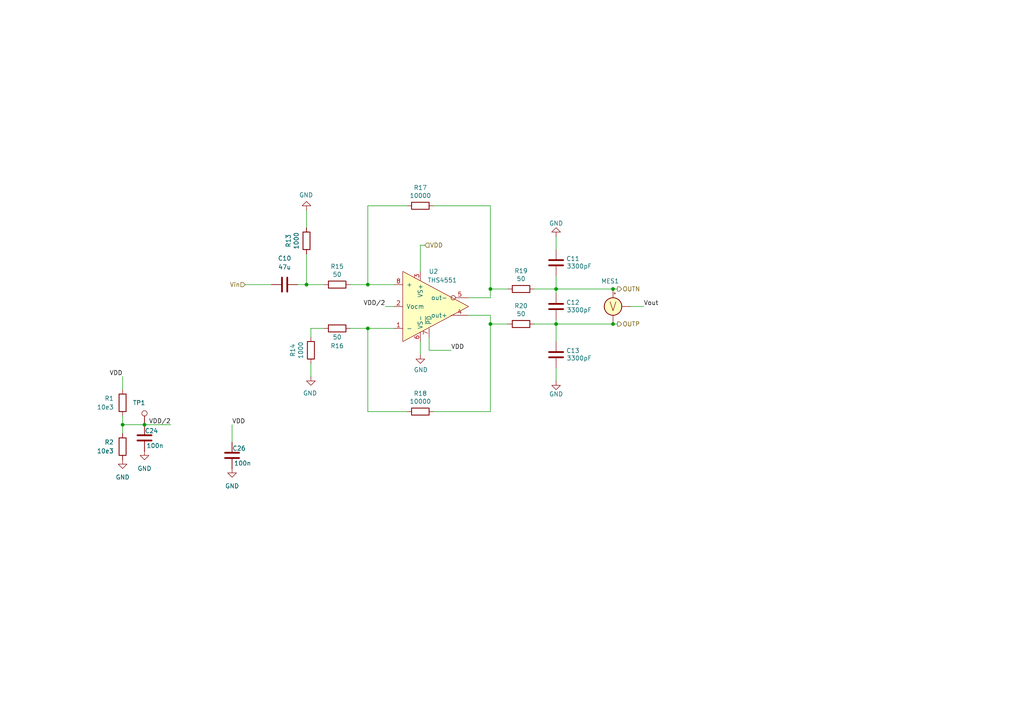
<source format=kicad_sch>
(kicad_sch (version 20250114) (generator "eeschema") (generator_version "9.0")
  (paper "A4")
  (lib_symbols
    (symbol "Connector:TestPoint" (pin_numbers (hide yes)) (pin_names (offset 0.762) (hide yes))
      (property "Reference" "TP" (at 0 6.858 0))
      (property "Value" "TestPoint" (at 0 5.08 0))
      (symbol "TestPoint_0_1"
        (circle (center 0 3.302) (radius 0.762))
      )
      (symbol "TestPoint_1_1"
        (pin passive line (at 0 0 90) (length 2.54) (name "1") (number "1"))
      )
    )
    (symbol "Device:C" (pin_numbers (hide yes)) (pin_names (offset 0.254))
      (property "Reference" "C" (at 0.635 2.54 0))
      (property "Value" "C" (at 0.635 -2.54 0))
      (symbol "C_0_1"
        (polyline (pts (xy -2.032 0.762) (xy 2.032 0.762)) (stroke (width 0.508)))
        (polyline (pts (xy -2.032 -0.762) (xy 2.032 -0.762)) (stroke (width 0.508)))
      )
      (symbol "C_1_1"
        (pin passive line (at 0 3.81 270) (length 2.794) (name "~") (number "1"))
        (pin passive line (at 0 -3.81 90) (length 2.794) (name "~") (number "2"))
      )
    )
    (symbol "Device:R" (pin_numbers (hide yes)) (pin_names (offset 0))
      (property "Reference" "R" (at 2.032 0 90))
      (property "Value" "R" (at 0 0 90))
      (symbol "R_0_1"
        (rectangle (start -1.016 -2.54) (end 1.016 2.54) (stroke (width 0.254)))
      )
      (symbol "R_1_1"
        (pin passive line (at 0 3.81 270) (length 1.27) (name "~") (number "1"))
        (pin passive line (at 0 -3.81 90) (length 1.27) (name "~") (number "2"))
      )
    )
    (symbol "Simulation_SPICE:VOLTMETER_DIFF" (pin_numbers (hide yes)) (pin_names (offset 0.0254) (hide yes)) (in_bom no) (on_board no)
      (property "Reference" "MES?" (at -10.16 0 0))
      (symbol "VOLTMETER_DIFF_0_0"
        (text "V" (at 0 0 0) (effects (font (size 2.54 2.54))))
      )
      (symbol "VOLTMETER_DIFF_0_1"
        (circle (center 0 0) (radius 2.54) (stroke (width 0.254)) (fill (type background)))
        (polyline (pts (xy 0.254 3.81) (xy 0.762 3.81)))
        (polyline (pts (xy 0.508 4.064) (xy 0.508 3.556)))
      )
      (symbol "VOLTMETER_DIFF_1_1"
        (pin passive line (at 0 5.08 270) (length 2.54) (name "+") (number "1"))
        (pin passive line (at 0 -5.08 90) (length 2.54) (name "-") (number "2"))
        (pin output line (at 5.08 0 180) (length 2.54) (name "out") (number "3"))
      )
    )
    (symbol "THS4551:THS4551" (pin_names (offset 1.016))
      (property "Reference" "U" (at 8.89 19.05 0))
      (property "Value" "THS4551" (at 12.7 16.51 0))
      (symbol "THS4551_0_1"
        (polyline (pts (xy 0 0) (xy 0 20.32) (xy 19.05 10.16) (xy 0 0)) (fill (type background)))
      )
      (symbol "THS4551_1_1"
        (pin input line (at -2.54 16.51 0) (length 2.54) (name "+") (number "8"))
        (pin input line (at -2.54 10.16 0) (length 2.54) (name "Vocm") (number "2"))
        (pin input line (at -2.54 3.81 0) (length 2.54) (name "-") (number "1"))
        (pin power_in line (at 5.08 20.32 270) (length 2.54) (name "VS+") (number "3"))
        (pin power_in line (at 5.08 0 90) (length 2.54) (name "VS-") (number "6"))
        (pin passive line (at 7.62 1.27 90) (length 2.54) (name "~{PD}") (number "7"))
        (pin output inverted (at 19.05 12.7 180) (length 5.08) (name "out-") (number "5"))
        (pin output line (at 19.05 7.62 180) (length 5.08) (name "out+") (number "4"))
      )
    )
    (symbol "power:GND" (power) (pin_numbers (hide yes)) (pin_names (offset 0) (hide yes))
      (property "Value" "GND" (at 0 -3.81 0))
      (symbol "GND_0_1"
        (polyline (pts (xy 0 0) (xy 0 -1.27) (xy 1.27 -1.27) (xy 0 -2.54) (xy -1.27 -1.27) (xy 0 -1.27)))
      )
      (symbol "GND_1_1"
        (pin power_in line (at 0 0 270) (length 0) (name "~") (number "1"))
      )
    )
  )
  (junction (at 41.91 123.19))
  (junction (at 106.68 82.55))
  (junction (at 106.68 95.25))
  (junction (at 142.24 93.98))
  (junction (at 177.8 83.82))
  (junction (at 177.8 93.98))
  (junction (at 142.24 83.82))
  (junction (at 161.29 93.98))
  (junction (at 35.56 123.19))
  (junction (at 88.9 82.55))
  (junction (at 161.29 83.82))
  (wire (pts (xy 41.91 123.19) (xy 35.56 123.19)))
  (wire (pts (xy 161.29 110.49) (xy 161.29 106.68)))
  (wire (pts (xy 90.17 97.79) (xy 90.17 95.25)))
  (wire (pts (xy 161.29 83.82) (xy 161.29 85.09)))
  (wire (pts (xy 121.92 71.12) (xy 121.92 78.74)))
  (wire (pts (xy 121.92 71.12) (xy 123.19 71.12)))
  (wire (pts (xy 49.53 123.19) (xy 41.91 123.19)))
  (wire (pts (xy 106.68 119.38) (xy 106.68 95.25)))
  (wire (pts (xy 118.11 119.38) (xy 106.68 119.38)))
  (wire (pts (xy 147.32 83.82) (xy 142.24 83.82)))
  (wire (pts (xy 124.46 101.6) (xy 124.46 97.79)))
  (wire (pts (xy 161.29 93.98) (xy 161.29 92.71)))
  (wire (pts (xy 106.68 82.55) (xy 114.3 82.55)))
  (wire (pts (xy 161.29 93.98) (xy 177.8 93.98)))
  (wire (pts (xy 111.76 88.9) (xy 114.3 88.9)))
  (wire (pts (xy 130.81 101.6) (xy 124.46 101.6)))
  (wire (pts (xy 88.9 60.96) (xy 88.9 66.04)))
  (wire (pts (xy 161.29 80.01) (xy 161.29 83.82)))
  (wire (pts (xy 67.31 123.19) (xy 67.31 128.27)))
  (wire (pts (xy 177.8 83.82) (xy 179.07 83.82)))
  (wire (pts (xy 106.68 95.25) (xy 114.3 95.25)))
  (wire (pts (xy 135.89 91.44) (xy 142.24 91.44)))
  (wire (pts (xy 161.29 83.82) (xy 177.8 83.82)))
  (wire (pts (xy 35.56 123.19) (xy 35.56 125.73)))
  (wire (pts (xy 88.9 82.55) (xy 93.98 82.55)))
  (wire (pts (xy 101.6 95.25) (xy 106.68 95.25)))
  (wire (pts (xy 71.12 82.55) (xy 78.74 82.55)))
  (wire (pts (xy 121.92 102.87) (xy 121.92 99.06)))
  (wire (pts (xy 142.24 59.69) (xy 142.24 83.82)))
  (wire (pts (xy 106.68 59.69) (xy 106.68 82.55)))
  (wire (pts (xy 142.24 86.36) (xy 135.89 86.36)))
  (wire (pts (xy 142.24 91.44) (xy 142.24 93.98)))
  (wire (pts (xy 90.17 95.25) (xy 93.98 95.25)))
  (wire (pts (xy 88.9 73.66) (xy 88.9 82.55)))
  (wire (pts (xy 142.24 119.38) (xy 125.73 119.38)))
  (wire (pts (xy 154.94 83.82) (xy 161.29 83.82)))
  (wire (pts (xy 177.8 93.98) (xy 179.07 93.98)))
  (wire (pts (xy 182.88 88.9) (xy 186.69 88.9)))
  (wire (pts (xy 142.24 93.98) (xy 142.24 119.38)))
  (wire (pts (xy 86.36 82.55) (xy 88.9 82.55)))
  (wire (pts (xy 161.29 93.98) (xy 161.29 99.06)))
  (wire (pts (xy 154.94 93.98) (xy 161.29 93.98)))
  (wire (pts (xy 101.6 82.55) (xy 106.68 82.55)))
  (wire (pts (xy 90.17 105.41) (xy 90.17 109.22)))
  (wire (pts (xy 142.24 83.82) (xy 142.24 86.36)))
  (wire (pts (xy 35.56 109.22) (xy 35.56 113.03)))
  (wire (pts (xy 142.24 93.98) (xy 147.32 93.98)))
  (wire (pts (xy 161.29 68.58) (xy 161.29 72.39)))
  (wire (pts (xy 35.56 120.65) (xy 35.56 123.19)))
  (wire (pts (xy 118.11 59.69) (xy 106.68 59.69)))
  (wire (pts (xy 125.73 59.69) (xy 142.24 59.69)))
  (label "VDD{slash}2" (at 111.76 88.9 180))
  (label "Vout" (at 186.69 88.9 0))
  (label "VDD" (at 130.81 101.6 0))
  (label "VDD{slash}2" (at 49.53 123.19 180))
  (label "VDD" (at 67.31 123.19 0))
  (label "VDD" (at 35.56 109.22 180))
  (hierarchical_label "VDD" (shape input) (at 123.19 71.12 0))
  (hierarchical_label "OUTN" (shape output) (at 179.07 83.82 0))
  (hierarchical_label "OUTP" (shape output) (at 179.07 93.98 0))
  (hierarchical_label "Vin" (shape input) (at 71.12 82.55 180))
  (symbol (lib_id "power:GND") (at 161.29 110.49 0) (unit 1)
    (property "Reference" "#PWR020" (effects (hide yes)))
    (property "Value" "GND" (at 161.29 114.3 0))
  )
  (symbol (lib_id "Simulation_SPICE:VOLTMETER_DIFF") (at 177.8 88.9 0) (unit 1) (in_bom no) (on_board no)
    (property "Reference" "MES1" (at 179.578 81.534 0) (effects (justify right)))
    (property "Value" "VOLTMETER_DIFF" (effects (hide yes)))
    (property "Datasheet" "https://ngspice.sourceforge.io/docs/ngspice-html-manual/manual.xhtml#sec__SUBCKT_Subcircuits" (effects (hide yes)))
    (property "Description" "Differential voltmeter for simulation. The sensed differential voltage can be measured on the third terminal as a single-ended voltage" (effects (hide yes)))
    (property "Sim.Name" "kicad_builtin_vdiff" (effects (hide yes)))
    (property "Sim.Device" "SUBCKT" (effects (hide yes)))
    (property "Sim.Pins" "1=1 2=2 3=3" (effects (hide yes)))
    (property "Sim.Library" "${KICAD7_SYMBOL_DIR}/Simulation_SPICE.sp" (effects (hide yes)))
  )
  (symbol (lib_id "Device:C") (at 161.29 88.9 0) (unit 1)
    (property "Reference" "C12" (at 164.211 87.7316 0) (effects (justify left)))
    (property "Value" "3300pF" (at 164.338 89.916 0) (effects (justify left)))
    (property "Footprint" "Capacitor_SMD:C_0603_1608Metric_Pad1.08x0.95mm_HandSolder" (effects (hide yes)))
  )
  (symbol (lib_id "power:GND") (at 41.91 130.81 0) (mirror y) (unit 1)
    (property "Reference" "#PWR028" (effects (hide yes)))
    (property "Value" "GND" (at 41.91 135.89 0))
    (property "Description" "Power symbol creates a global label with name \"GND\" , ground" (effects (hide yes)))
  )
  (symbol (lib_id "Device:R") (at 88.9 69.85 0) (unit 1)
    (property "Reference" "R13" (at 83.6422 69.85 90))
    (property "Value" "1000" (at 85.9536 69.85 90))
    (property "Footprint" "Resistor_SMD:R_0603_1608Metric_Pad0.98x0.95mm_HandSolder" (effects (hide yes)))
  )
  (symbol (lib_id "power:GND") (at 90.17 109.22 0) (unit 1)
    (property "Reference" "#PWR017" (effects (hide yes)))
    (property "Value" "GND" (at 89.916 114.046 0))
  )
  (symbol (lib_id "Device:C") (at 161.29 76.2 0) (unit 1)
    (property "Reference" "C11" (at 164.211 75.0316 0) (effects (justify left)))
    (property "Value" "3300pF" (at 164.338 77.216 0) (effects (justify left)))
    (property "Footprint" "Capacitor_SMD:C_0603_1608Metric_Pad1.08x0.95mm_HandSolder" (effects (hide yes)))
  )
  (symbol (lib_id "power:GND") (at 161.29 68.58 180) (unit 1)
    (property "Reference" "#PWR019" (effects (hide yes)))
    (property "Value" "GND" (at 161.29 64.77 0))
  )
  (symbol (lib_id "Device:R") (at 151.13 83.82 270) (unit 1)
    (property "Reference" "R19" (at 151.13 78.5622 90))
    (property "Value" "50" (at 151.13 80.8736 90))
    (property "Footprint" "Resistor_SMD:R_0603_1608Metric_Pad0.98x0.95mm_HandSolder" (effects (hide yes)))
  )
  (symbol (lib_id "Device:R") (at 97.79 95.25 270) (unit 1)
    (property "Reference" "R16" (at 97.79 100.33 90))
    (property "Value" "50" (at 97.79 97.79 90))
    (property "Footprint" "Resistor_SMD:R_0603_1608Metric_Pad0.98x0.95mm_HandSolder" (effects (hide yes)))
  )
  (symbol (lib_id "Device:R") (at 35.56 116.84 0) (mirror y) (unit 1)
    (property "Reference" "R1" (at 33.02 115.5699 0) (effects (justify left)))
    (property "Value" "10e3" (at 33.02 118.1099 0) (effects (justify left)))
    (property "Footprint" "Resistor_SMD:R_0603_1608Metric_Pad0.98x0.95mm_HandSolder" (effects (hide yes)))
    (property "Description" "Resistor" (effects (hide yes)))
  )
  (symbol (lib_id "Device:C") (at 82.55 82.55 90) (unit 1)
    (property "Reference" "C10" (at 82.55 74.93 90))
    (property "Value" "47u" (at 82.55 77.47 90))
    (property "Footprint" "Capacitor_SMD:C_1206_3216Metric_Pad1.33x1.80mm_HandSolder" (effects (hide yes)))
    (property "Description" "Unpolarized capacitor" (effects (hide yes)))
    (property "Sim.Device" "C" (effects (hide yes)))
    (property "Sim.Pins" "1=+ 2=-" (effects (hide yes)))
  )
  (symbol (lib_id "Connector:TestPoint") (at 41.91 123.19 0) (mirror y) (unit 1) (exclude_from_sim yes)
    (property "Reference" "TP1" (at 42.164 116.84 0) (effects (justify left)))
    (property "Value" "6V" (effects (hide yes)))
    (property "Footprint" "TestPoint:TestPoint_Loop_D1.80mm_Drill1.0mm_Beaded" (effects (hide yes)))
    (property "Description" "test point" (effects (hide yes)))
  )
  (symbol (lib_id "Device:R") (at 121.92 59.69 270) (unit 1)
    (property "Reference" "R17" (at 121.92 54.4322 90))
    (property "Value" "10000" (at 121.92 56.7436 90))
    (property "Footprint" "Resistor_SMD:R_0603_1608Metric_Pad0.98x0.95mm_HandSolder" (effects (hide yes)))
  )
  (symbol (lib_id "THS4551:THS4551") (at 116.84 99.06 0) (unit 1)
    (property "Reference" "U2" (at 125.73 78.74 0))
    (property "Value" "THS4551" (at 128.27 81.28 0))
    (property "Footprint" "Package_SO:VSSOP-8_3x3mm_P0.65mm" (effects (hide yes)))
    (property "Datasheet" "https://www.ti.com/lit/ds/symlink/ths4551.pdf?HQS=TI-null-null-mousermode-df-pf-null-wwe&ts=1593978890569" (effects (hide yes)))
    (property "Sim.Library" "ths4551.lib" (effects (hide yes)))
    (property "Sim.Name" "THS4551" (effects (hide yes)))
    (property "Sim.Device" "SUBCKT" (effects (hide yes)))
    (property "Sim.Pins" "1=IN- 2=VOCM 3=VCC 4=OUT+ 5=OUT- 6=VEE 8=IN+" (effects (hide yes)))
  )
  (symbol (lib_id "power:GND") (at 67.31 135.89 0) (mirror y) (unit 1)
    (property "Reference" "#PWR030" (effects (hide yes)))
    (property "Value" "GND" (at 67.31 140.97 0))
    (property "Description" "Power symbol creates a global label with name \"GND\" , ground" (effects (hide yes)))
  )
  (symbol (lib_id "Device:C") (at 67.31 132.08 0) (unit 1) (exclude_from_sim yes)
    (property "Reference" "C26" (at 69.342 130.048 0))
    (property "Value" "100n" (at 70.358 134.366 0))
    (property "Footprint" "Capacitor_SMD:C_0603_1608Metric_Pad1.08x0.95mm_HandSolder" (effects (hide yes)))
    (property "Description" "Unpolarized capacitor" (effects (hide yes)))
    (property "Tolérance" "5 % " (effects (hide yes)))
  )
  (symbol (lib_id "Device:R") (at 35.56 129.54 0) (mirror y) (unit 1)
    (property "Reference" "R2" (at 33.02 128.2699 0) (effects (justify left)))
    (property "Value" "10e3" (at 33.02 130.8099 0) (effects (justify left)))
    (property "Footprint" "Resistor_SMD:R_0603_1608Metric_Pad0.98x0.95mm_HandSolder" (effects (hide yes)))
    (property "Description" "Resistor" (effects (hide yes)))
  )
  (symbol (lib_id "Device:C") (at 161.29 102.87 0) (unit 1)
    (property "Reference" "C13" (at 164.211 101.7016 0) (effects (justify left)))
    (property "Value" "3300pF" (at 164.338 103.886 0) (effects (justify left)))
    (property "Footprint" "Capacitor_SMD:C_0603_1608Metric_Pad1.08x0.95mm_HandSolder" (effects (hide yes)))
  )
  (symbol (lib_id "power:GND") (at 35.56 133.35 0) (mirror y) (unit 1)
    (property "Reference" "#PWR02" (effects (hide yes)))
    (property "Value" "GND" (at 35.56 138.43 0))
    (property "Description" "Power symbol creates a global label with name \"GND\" , ground" (effects (hide yes)))
  )
  (symbol (lib_id "Device:R") (at 97.79 82.55 270) (unit 1)
    (property "Reference" "R15" (at 97.79 77.2922 90))
    (property "Value" "50" (at 97.79 79.6036 90))
    (property "Footprint" "Resistor_SMD:R_0603_1608Metric_Pad0.98x0.95mm_HandSolder" (effects (hide yes)))
  )
  (symbol (lib_id "Device:R") (at 151.13 93.98 270) (unit 1)
    (property "Reference" "R20" (at 151.13 88.7222 90))
    (property "Value" "50" (at 151.13 91.0336 90))
    (property "Footprint" "Resistor_SMD:R_0603_1608Metric_Pad0.98x0.95mm_HandSolder" (effects (hide yes)))
  )
  (symbol (lib_id "power:GND") (at 88.9 60.96 180) (unit 1)
    (property "Reference" "#PWR016" (effects (hide yes)))
    (property "Value" "GND" (at 88.773 56.5658 0))
  )
  (symbol (lib_id "power:GND") (at 121.92 102.87 0) (unit 1)
    (property "Reference" "#PWR018" (effects (hide yes)))
    (property "Value" "GND" (at 122.047 107.2642 0))
  )
  (symbol (lib_id "Device:R") (at 121.92 119.38 270) (unit 1)
    (property "Reference" "R18" (at 121.92 114.1222 90))
    (property "Value" "10000" (at 121.92 116.4336 90))
    (property "Footprint" "Resistor_SMD:R_0603_1608Metric_Pad0.98x0.95mm_HandSolder" (effects (hide yes)))
  )
  (symbol (lib_id "Device:C") (at 41.91 127 0) (unit 1)
    (property "Reference" "C24" (at 43.942 124.968 0))
    (property "Value" "100n" (at 44.958 129.286 0))
    (property "Footprint" "Capacitor_SMD:C_0603_1608Metric_Pad1.08x0.95mm_HandSolder" (effects (hide yes)))
    (property "Description" "Unpolarized capacitor" (effects (hide yes)))
    (property "Tolérance" "5 % " (effects (hide yes)))
  )
  (symbol (lib_id "Device:R") (at 90.17 101.6 0) (unit 1)
    (property "Reference" "R14" (at 84.9122 101.6 90))
    (property "Value" "1000" (at 87.2236 101.6 90))
    (property "Footprint" "Resistor_SMD:R_0603_1608Metric_Pad0.98x0.95mm_HandSolder" (effects (hide yes)))
  )
)
</source>
